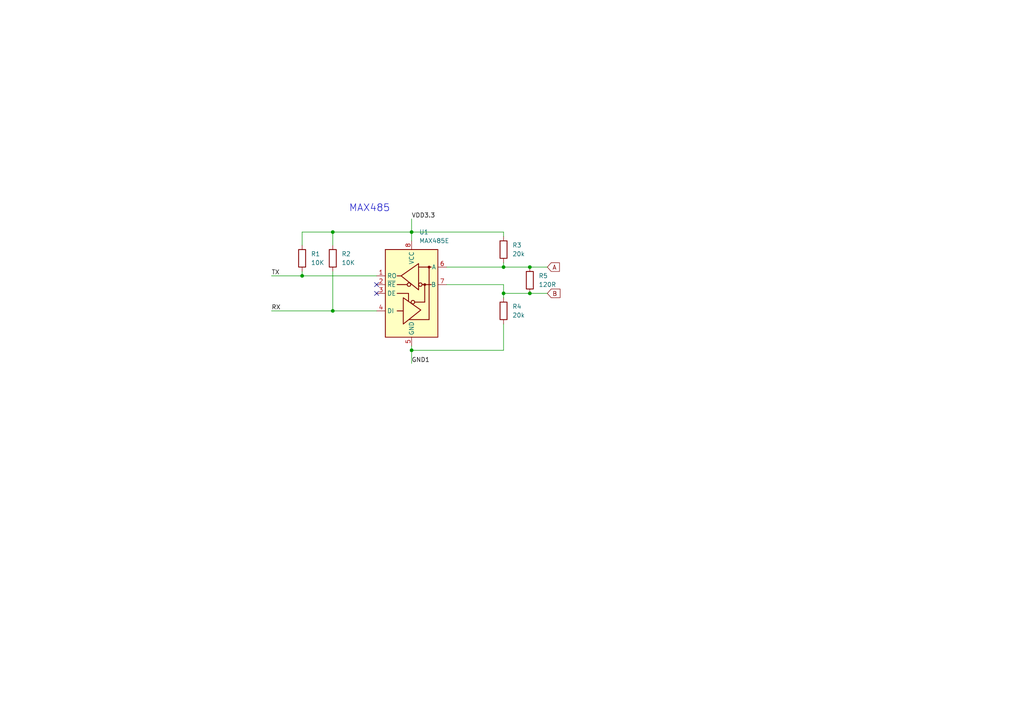
<source format=kicad_sch>
(kicad_sch
	(version 20231120)
	(generator "eeschema")
	(generator_version "8.0")
	(uuid "b17f9397-418a-466d-bf0a-f8e99342dc16")
	(paper "A4")
	(lib_symbols
		(symbol "Device:R"
			(pin_numbers hide)
			(pin_names
				(offset 0)
			)
			(exclude_from_sim no)
			(in_bom yes)
			(on_board yes)
			(property "Reference" "R"
				(at 2.032 0 90)
				(effects
					(font
						(size 1.27 1.27)
					)
				)
			)
			(property "Value" "R"
				(at 0 0 90)
				(effects
					(font
						(size 1.27 1.27)
					)
				)
			)
			(property "Footprint" ""
				(at -1.778 0 90)
				(effects
					(font
						(size 1.27 1.27)
					)
					(hide yes)
				)
			)
			(property "Datasheet" "~"
				(at 0 0 0)
				(effects
					(font
						(size 1.27 1.27)
					)
					(hide yes)
				)
			)
			(property "Description" "Resistor"
				(at 0 0 0)
				(effects
					(font
						(size 1.27 1.27)
					)
					(hide yes)
				)
			)
			(property "ki_keywords" "R res resistor"
				(at 0 0 0)
				(effects
					(font
						(size 1.27 1.27)
					)
					(hide yes)
				)
			)
			(property "ki_fp_filters" "R_*"
				(at 0 0 0)
				(effects
					(font
						(size 1.27 1.27)
					)
					(hide yes)
				)
			)
			(symbol "R_0_1"
				(rectangle
					(start -1.016 -2.54)
					(end 1.016 2.54)
					(stroke
						(width 0.254)
						(type default)
					)
					(fill
						(type none)
					)
				)
			)
			(symbol "R_1_1"
				(pin passive line
					(at 0 3.81 270)
					(length 1.27)
					(name "~"
						(effects
							(font
								(size 1.27 1.27)
							)
						)
					)
					(number "1"
						(effects
							(font
								(size 1.27 1.27)
							)
						)
					)
				)
				(pin passive line
					(at 0 -3.81 90)
					(length 1.27)
					(name "~"
						(effects
							(font
								(size 1.27 1.27)
							)
						)
					)
					(number "2"
						(effects
							(font
								(size 1.27 1.27)
							)
						)
					)
				)
			)
		)
		(symbol "Interface_UART:MAX485E"
			(exclude_from_sim no)
			(in_bom yes)
			(on_board yes)
			(property "Reference" "U"
				(at -6.985 13.97 0)
				(effects
					(font
						(size 1.27 1.27)
					)
				)
			)
			(property "Value" "MAX485E"
				(at 1.905 13.97 0)
				(effects
					(font
						(size 1.27 1.27)
					)
					(justify left)
				)
			)
			(property "Footprint" "Package_SO:SOIC-8_3.9x4.9mm_P1.27mm"
				(at 0 -22.86 0)
				(effects
					(font
						(size 1.27 1.27)
					)
					(hide yes)
				)
			)
			(property "Datasheet" "https://datasheets.maximintegrated.com/en/ds/MAX1487E-MAX491E.pdf"
				(at 0 1.27 0)
				(effects
					(font
						(size 1.27 1.27)
					)
					(hide yes)
				)
			)
			(property "Description" "Half duplex RS-485/RS-422, 2.5 Mbps, ±15kV electro-static discharge (ESD) protection, no slew-rate, no low-power shutdown, with receiver/driver enable, 32 receiver drive capability, DIP-8 and SOIC-8"
				(at 0 0 0)
				(effects
					(font
						(size 1.27 1.27)
					)
					(hide yes)
				)
			)
			(property "ki_keywords" "transceiver"
				(at 0 0 0)
				(effects
					(font
						(size 1.27 1.27)
					)
					(hide yes)
				)
			)
			(property "ki_fp_filters" "DIP*W7.62mm* SOIC*3.9x4.9mm*P1.27mm*"
				(at 0 0 0)
				(effects
					(font
						(size 1.27 1.27)
					)
					(hide yes)
				)
			)
			(symbol "MAX485E_0_1"
				(rectangle
					(start -7.62 12.7)
					(end 7.62 -12.7)
					(stroke
						(width 0.254)
						(type default)
					)
					(fill
						(type background)
					)
				)
				(polyline
					(pts
						(xy -4.191 2.54) (xy -1.27 2.54)
					)
					(stroke
						(width 0.254)
						(type default)
					)
					(fill
						(type none)
					)
				)
				(polyline
					(pts
						(xy -2.54 -5.08) (xy -4.191 -5.08)
					)
					(stroke
						(width 0.254)
						(type default)
					)
					(fill
						(type none)
					)
				)
				(polyline
					(pts
						(xy -0.635 -7.62) (xy 5.08 -7.62)
					)
					(stroke
						(width 0.254)
						(type default)
					)
					(fill
						(type none)
					)
				)
				(polyline
					(pts
						(xy 0.889 -2.54) (xy 3.81 -2.54)
					)
					(stroke
						(width 0.254)
						(type default)
					)
					(fill
						(type none)
					)
				)
				(polyline
					(pts
						(xy 2.032 7.62) (xy 5.715 7.62)
					)
					(stroke
						(width 0.254)
						(type default)
					)
					(fill
						(type none)
					)
				)
				(polyline
					(pts
						(xy 3.048 2.54) (xy 5.715 2.54)
					)
					(stroke
						(width 0.254)
						(type default)
					)
					(fill
						(type none)
					)
				)
				(polyline
					(pts
						(xy 3.81 -2.54) (xy 3.81 2.54)
					)
					(stroke
						(width 0.254)
						(type default)
					)
					(fill
						(type none)
					)
				)
				(polyline
					(pts
						(xy 5.08 -7.62) (xy 5.08 7.62)
					)
					(stroke
						(width 0.254)
						(type default)
					)
					(fill
						(type none)
					)
				)
				(polyline
					(pts
						(xy -4.191 0) (xy -0.889 0) (xy -0.889 -2.286)
					)
					(stroke
						(width 0.254)
						(type default)
					)
					(fill
						(type none)
					)
				)
				(polyline
					(pts
						(xy -3.175 5.08) (xy -4.191 5.08) (xy -4.064 5.08)
					)
					(stroke
						(width 0.254)
						(type default)
					)
					(fill
						(type none)
					)
				)
				(polyline
					(pts
						(xy -2.413 -5.08) (xy -2.413 -1.27) (xy 2.667 -4.826) (xy -2.413 -8.89) (xy -2.413 -5.08)
					)
					(stroke
						(width 0.254)
						(type default)
					)
					(fill
						(type none)
					)
				)
				(circle
					(center 0.381 -2.54)
					(radius 0.508)
					(stroke
						(width 0.254)
						(type default)
					)
					(fill
						(type none)
					)
				)
				(circle
					(center 3.81 2.54)
					(radius 0.2794)
					(stroke
						(width 0.254)
						(type default)
					)
					(fill
						(type outline)
					)
				)
			)
			(symbol "MAX485E_1_1"
				(circle
					(center -0.762 2.54)
					(radius 0.508)
					(stroke
						(width 0.254)
						(type default)
					)
					(fill
						(type none)
					)
				)
				(polyline
					(pts
						(xy 2.032 4.826) (xy 2.032 8.636) (xy -3.048 5.08) (xy 2.032 1.016) (xy 2.032 4.826)
					)
					(stroke
						(width 0.254)
						(type default)
					)
					(fill
						(type none)
					)
				)
				(circle
					(center 2.54 2.54)
					(radius 0.508)
					(stroke
						(width 0.254)
						(type default)
					)
					(fill
						(type none)
					)
				)
				(circle
					(center 5.08 7.62)
					(radius 0.2794)
					(stroke
						(width 0.254)
						(type default)
					)
					(fill
						(type outline)
					)
				)
				(pin output line
					(at -10.16 5.08 0)
					(length 2.54)
					(name "RO"
						(effects
							(font
								(size 1.27 1.27)
							)
						)
					)
					(number "1"
						(effects
							(font
								(size 1.27 1.27)
							)
						)
					)
				)
				(pin input line
					(at -10.16 2.54 0)
					(length 2.54)
					(name "~{RE}"
						(effects
							(font
								(size 1.27 1.27)
							)
						)
					)
					(number "2"
						(effects
							(font
								(size 1.27 1.27)
							)
						)
					)
				)
				(pin input line
					(at -10.16 0 0)
					(length 2.54)
					(name "DE"
						(effects
							(font
								(size 1.27 1.27)
							)
						)
					)
					(number "3"
						(effects
							(font
								(size 1.27 1.27)
							)
						)
					)
				)
				(pin input line
					(at -10.16 -5.08 0)
					(length 2.54)
					(name "DI"
						(effects
							(font
								(size 1.27 1.27)
							)
						)
					)
					(number "4"
						(effects
							(font
								(size 1.27 1.27)
							)
						)
					)
				)
				(pin power_in line
					(at 0 -15.24 90)
					(length 2.54)
					(name "GND"
						(effects
							(font
								(size 1.27 1.27)
							)
						)
					)
					(number "5"
						(effects
							(font
								(size 1.27 1.27)
							)
						)
					)
				)
				(pin bidirectional line
					(at 10.16 7.62 180)
					(length 2.54)
					(name "A"
						(effects
							(font
								(size 1.27 1.27)
							)
						)
					)
					(number "6"
						(effects
							(font
								(size 1.27 1.27)
							)
						)
					)
				)
				(pin bidirectional line
					(at 10.16 2.54 180)
					(length 2.54)
					(name "B"
						(effects
							(font
								(size 1.27 1.27)
							)
						)
					)
					(number "7"
						(effects
							(font
								(size 1.27 1.27)
							)
						)
					)
				)
				(pin power_in line
					(at 0 15.24 270)
					(length 2.54)
					(name "VCC"
						(effects
							(font
								(size 1.27 1.27)
							)
						)
					)
					(number "8"
						(effects
							(font
								(size 1.27 1.27)
							)
						)
					)
				)
			)
		)
	)
	(junction
		(at 153.67 85.09)
		(diameter 0)
		(color 0 0 0 0)
		(uuid "1abc2423-0732-43fb-a52a-612e55404f03")
	)
	(junction
		(at 119.38 101.6)
		(diameter 0)
		(color 0 0 0 0)
		(uuid "1ce942ba-a34f-4753-97d8-63a8027be45e")
	)
	(junction
		(at 96.52 90.17)
		(diameter 0)
		(color 0 0 0 0)
		(uuid "2689c365-c383-47c9-a9ce-31efb9922263")
	)
	(junction
		(at 153.67 77.47)
		(diameter 0)
		(color 0 0 0 0)
		(uuid "38758475-0bc3-45de-9c6b-6cd9b2a72818")
	)
	(junction
		(at 87.63 80.01)
		(diameter 0)
		(color 0 0 0 0)
		(uuid "74cf3d8e-6992-40bd-a0bd-0367f5841bcd")
	)
	(junction
		(at 146.05 85.09)
		(diameter 0)
		(color 0 0 0 0)
		(uuid "a2627817-3aab-4f84-90e1-873e709907b0")
	)
	(junction
		(at 96.52 67.31)
		(diameter 0)
		(color 0 0 0 0)
		(uuid "a3109b5b-0552-4380-9aa3-f311d2b3006b")
	)
	(junction
		(at 146.05 77.47)
		(diameter 0)
		(color 0 0 0 0)
		(uuid "cb1217aa-08e9-40ac-b2f4-ee5a48d84fd3")
	)
	(junction
		(at 119.38 67.31)
		(diameter 0)
		(color 0 0 0 0)
		(uuid "df8a0820-6205-46aa-a284-546ce7056dc6")
	)
	(no_connect
		(at 109.22 82.55)
		(uuid "70e13a90-5b2c-48d2-9a7f-805420639ffc")
	)
	(no_connect
		(at 109.22 85.09)
		(uuid "94b8cdd1-1b35-49c9-8fee-857b9884e9f4")
	)
	(wire
		(pts
			(xy 146.05 76.2) (xy 146.05 77.47)
		)
		(stroke
			(width 0)
			(type default)
		)
		(uuid "21c8f4cf-44b7-4b04-8762-143c44a83126")
	)
	(wire
		(pts
			(xy 87.63 80.01) (xy 109.22 80.01)
		)
		(stroke
			(width 0)
			(type default)
		)
		(uuid "2bd7099b-3eeb-47b3-94c8-86b8f96e5152")
	)
	(wire
		(pts
			(xy 146.05 85.09) (xy 153.67 85.09)
		)
		(stroke
			(width 0)
			(type default)
		)
		(uuid "411c21bd-bff3-4e3b-aef8-4d384cbf6340")
	)
	(wire
		(pts
			(xy 87.63 78.74) (xy 87.63 80.01)
		)
		(stroke
			(width 0)
			(type default)
		)
		(uuid "435d0d2f-609a-47f3-9ee0-80c25abcf314")
	)
	(wire
		(pts
			(xy 146.05 101.6) (xy 119.38 101.6)
		)
		(stroke
			(width 0)
			(type default)
		)
		(uuid "51b5707b-1310-4498-8d0c-c025cadff119")
	)
	(wire
		(pts
			(xy 146.05 77.47) (xy 153.67 77.47)
		)
		(stroke
			(width 0)
			(type default)
		)
		(uuid "638693b3-58e9-4e62-9b20-345a4ab66dd9")
	)
	(wire
		(pts
			(xy 78.74 90.17) (xy 96.52 90.17)
		)
		(stroke
			(width 0)
			(type default)
		)
		(uuid "6acf5777-3eef-4a5b-9e8f-090ae8e697f9")
	)
	(wire
		(pts
			(xy 146.05 68.58) (xy 146.05 67.31)
		)
		(stroke
			(width 0)
			(type default)
		)
		(uuid "70bb6bc8-71a9-4c38-9602-598e4e23297f")
	)
	(wire
		(pts
			(xy 129.54 77.47) (xy 146.05 77.47)
		)
		(stroke
			(width 0)
			(type default)
		)
		(uuid "7167e687-feab-4c19-909e-218a61fe0117")
	)
	(wire
		(pts
			(xy 96.52 78.74) (xy 96.52 90.17)
		)
		(stroke
			(width 0)
			(type default)
		)
		(uuid "72ecd374-0dd7-4ad2-9456-38dd2153996c")
	)
	(wire
		(pts
			(xy 96.52 67.31) (xy 96.52 71.12)
		)
		(stroke
			(width 0)
			(type default)
		)
		(uuid "74a912bd-f315-45a9-a8c3-d039ed18259b")
	)
	(wire
		(pts
			(xy 153.67 85.09) (xy 158.75 85.09)
		)
		(stroke
			(width 0)
			(type default)
		)
		(uuid "767768d5-9526-4fd6-8fab-ce974bbffb40")
	)
	(wire
		(pts
			(xy 146.05 67.31) (xy 119.38 67.31)
		)
		(stroke
			(width 0)
			(type default)
		)
		(uuid "8e4f6d6a-4241-4a13-bded-23c2eb533ef9")
	)
	(wire
		(pts
			(xy 96.52 67.31) (xy 119.38 67.31)
		)
		(stroke
			(width 0)
			(type default)
		)
		(uuid "98d721da-2072-45c5-aba9-3f8c7392362a")
	)
	(wire
		(pts
			(xy 119.38 100.33) (xy 119.38 101.6)
		)
		(stroke
			(width 0)
			(type default)
		)
		(uuid "9d2626a0-4325-46d8-ac56-7a2749e85ca6")
	)
	(wire
		(pts
			(xy 146.05 85.09) (xy 146.05 86.36)
		)
		(stroke
			(width 0)
			(type default)
		)
		(uuid "9e59734c-f071-4130-a790-111fccfefed7")
	)
	(wire
		(pts
			(xy 146.05 93.98) (xy 146.05 101.6)
		)
		(stroke
			(width 0)
			(type default)
		)
		(uuid "a0064344-a1c1-4849-b040-45f551a7c08e")
	)
	(wire
		(pts
			(xy 129.54 82.55) (xy 146.05 82.55)
		)
		(stroke
			(width 0)
			(type default)
		)
		(uuid "a8bdad3e-5e89-4b33-80ee-24c0b74290aa")
	)
	(wire
		(pts
			(xy 87.63 71.12) (xy 87.63 67.31)
		)
		(stroke
			(width 0)
			(type default)
		)
		(uuid "aa41ed1d-d7b4-4569-933f-8541969217c2")
	)
	(wire
		(pts
			(xy 146.05 85.09) (xy 146.05 82.55)
		)
		(stroke
			(width 0)
			(type default)
		)
		(uuid "bb59ecef-c6dd-431c-bc4e-0bc8e3516780")
	)
	(wire
		(pts
			(xy 119.38 63.5) (xy 119.38 67.31)
		)
		(stroke
			(width 0)
			(type default)
		)
		(uuid "bc69f8b4-d17b-466b-ab5d-14be8deff38c")
	)
	(wire
		(pts
			(xy 78.74 80.01) (xy 87.63 80.01)
		)
		(stroke
			(width 0)
			(type default)
		)
		(uuid "c5a87a0a-3950-4266-ba3f-42b9774a5b58")
	)
	(wire
		(pts
			(xy 119.38 101.6) (xy 119.38 105.41)
		)
		(stroke
			(width 0)
			(type default)
		)
		(uuid "c7b961ee-53bf-4f68-8d70-05c7e96d48a5")
	)
	(wire
		(pts
			(xy 119.38 67.31) (xy 119.38 69.85)
		)
		(stroke
			(width 0)
			(type default)
		)
		(uuid "d7fcbf9e-3598-4ba2-9394-c662a62ce750")
	)
	(wire
		(pts
			(xy 153.67 77.47) (xy 158.75 77.47)
		)
		(stroke
			(width 0)
			(type default)
		)
		(uuid "d8b42a45-273f-457c-aeaa-49a0abab86a6")
	)
	(wire
		(pts
			(xy 96.52 90.17) (xy 109.22 90.17)
		)
		(stroke
			(width 0)
			(type default)
		)
		(uuid "ecc00e5c-9f62-4135-8f30-c42815371845")
	)
	(wire
		(pts
			(xy 87.63 67.31) (xy 96.52 67.31)
		)
		(stroke
			(width 0)
			(type default)
		)
		(uuid "f1faa066-e7b9-4ba9-a3ef-fd94ff1051ad")
	)
	(text "MAX485"
		(exclude_from_sim no)
		(at 107.188 60.452 0)
		(effects
			(font
				(size 2.032 2.032)
			)
		)
		(uuid "1b8847c0-bf95-4b73-8542-6a670de50ebb")
	)
	(label "TX"
		(at 78.74 80.01 0)
		(fields_autoplaced yes)
		(effects
			(font
				(size 1.27 1.27)
			)
			(justify left bottom)
		)
		(uuid "3a4c45f4-054b-4dd1-a59b-d8ce82b65927")
	)
	(label "VDD3.3"
		(at 119.38 63.5 0)
		(fields_autoplaced yes)
		(effects
			(font
				(size 1.27 1.27)
			)
			(justify left bottom)
		)
		(uuid "4b5ba4b6-24d8-44dd-9dd5-113a44719da5")
	)
	(label "RX"
		(at 78.74 90.17 0)
		(fields_autoplaced yes)
		(effects
			(font
				(size 1.27 1.27)
			)
			(justify left bottom)
		)
		(uuid "5723d2da-8367-4347-af87-312dabcdebc7")
	)
	(label "GND1"
		(at 119.38 105.41 0)
		(fields_autoplaced yes)
		(effects
			(font
				(size 1.27 1.27)
			)
			(justify left bottom)
		)
		(uuid "6ee7daed-f9ba-4bcd-9fb0-a61dbf922f7d")
	)
	(global_label "B"
		(shape input)
		(at 158.75 85.09 0)
		(fields_autoplaced yes)
		(effects
			(font
				(size 1.27 1.27)
			)
			(justify left)
		)
		(uuid "3900a97e-a6f9-4fe3-a937-13dec89dc1f5")
		(property "Intersheetrefs" "${INTERSHEET_REFS}"
			(at 163.0052 85.09 0)
			(effects
				(font
					(size 1.27 1.27)
				)
				(justify left)
				(hide yes)
			)
		)
	)
	(global_label "A"
		(shape input)
		(at 158.75 77.47 0)
		(fields_autoplaced yes)
		(effects
			(font
				(size 1.27 1.27)
			)
			(justify left)
		)
		(uuid "84fb3765-9852-4ff5-8a69-e2505eeb907d")
		(property "Intersheetrefs" "${INTERSHEET_REFS}"
			(at 162.8238 77.47 0)
			(effects
				(font
					(size 1.27 1.27)
				)
				(justify left)
				(hide yes)
			)
		)
	)
	(symbol
		(lib_id "Device:R")
		(at 87.63 74.93 0)
		(unit 1)
		(exclude_from_sim no)
		(in_bom yes)
		(on_board yes)
		(dnp no)
		(fields_autoplaced yes)
		(uuid "22ed5991-cace-4a26-b3b8-5355a7a6617a")
		(property "Reference" "R1"
			(at 90.17 73.6599 0)
			(effects
				(font
					(size 1.27 1.27)
				)
				(justify left)
			)
		)
		(property "Value" "10K"
			(at 90.17 76.1999 0)
			(effects
				(font
					(size 1.27 1.27)
				)
				(justify left)
			)
		)
		(property "Footprint" ""
			(at 85.852 74.93 90)
			(effects
				(font
					(size 1.27 1.27)
				)
				(hide yes)
			)
		)
		(property "Datasheet" "~"
			(at 87.63 74.93 0)
			(effects
				(font
					(size 1.27 1.27)
				)
				(hide yes)
			)
		)
		(property "Description" "Resistor"
			(at 87.63 74.93 0)
			(effects
				(font
					(size 1.27 1.27)
				)
				(hide yes)
			)
		)
		(pin "2"
			(uuid "a1be2642-3b53-498f-b7d1-7f6c3df07145")
		)
		(pin "1"
			(uuid "818a7208-fa02-4be8-9869-d7d0a6afedb6")
		)
		(instances
			(project "485"
				(path "/b17f9397-418a-466d-bf0a-f8e99342dc16"
					(reference "R1")
					(unit 1)
				)
			)
		)
	)
	(symbol
		(lib_id "Device:R")
		(at 96.52 74.93 0)
		(unit 1)
		(exclude_from_sim no)
		(in_bom yes)
		(on_board yes)
		(dnp no)
		(fields_autoplaced yes)
		(uuid "278e15cf-261c-49d6-b178-04eb36d1ca4c")
		(property "Reference" "R2"
			(at 99.06 73.6599 0)
			(effects
				(font
					(size 1.27 1.27)
				)
				(justify left)
			)
		)
		(property "Value" "10K"
			(at 99.06 76.1999 0)
			(effects
				(font
					(size 1.27 1.27)
				)
				(justify left)
			)
		)
		(property "Footprint" ""
			(at 94.742 74.93 90)
			(effects
				(font
					(size 1.27 1.27)
				)
				(hide yes)
			)
		)
		(property "Datasheet" "~"
			(at 96.52 74.93 0)
			(effects
				(font
					(size 1.27 1.27)
				)
				(hide yes)
			)
		)
		(property "Description" "Resistor"
			(at 96.52 74.93 0)
			(effects
				(font
					(size 1.27 1.27)
				)
				(hide yes)
			)
		)
		(pin "2"
			(uuid "2805476c-2e15-46ad-a07a-4573f7945d59")
		)
		(pin "1"
			(uuid "f24b8bb5-a175-45c5-b56c-d8ee9bcb4f31")
		)
		(instances
			(project "485"
				(path "/b17f9397-418a-466d-bf0a-f8e99342dc16"
					(reference "R2")
					(unit 1)
				)
			)
		)
	)
	(symbol
		(lib_id "Interface_UART:MAX485E")
		(at 119.38 85.09 0)
		(unit 1)
		(exclude_from_sim no)
		(in_bom yes)
		(on_board yes)
		(dnp no)
		(fields_autoplaced yes)
		(uuid "2d7c3b67-ec1a-425d-ac78-8c93ec89a3fe")
		(property "Reference" "U1"
			(at 121.5741 67.31 0)
			(effects
				(font
					(size 1.27 1.27)
				)
				(justify left)
			)
		)
		(property "Value" "MAX485E"
			(at 121.5741 69.85 0)
			(effects
				(font
					(size 1.27 1.27)
				)
				(justify left)
			)
		)
		(property "Footprint" "Package_SO:SOIC-8_3.9x4.9mm_P1.27mm"
			(at 119.38 107.95 0)
			(effects
				(font
					(size 1.27 1.27)
				)
				(hide yes)
			)
		)
		(property "Datasheet" "https://datasheets.maximintegrated.com/en/ds/MAX1487E-MAX491E.pdf"
			(at 119.38 83.82 0)
			(effects
				(font
					(size 1.27 1.27)
				)
				(hide yes)
			)
		)
		(property "Description" "Half duplex RS-485/RS-422, 2.5 Mbps, ±15kV electro-static discharge (ESD) protection, no slew-rate, no low-power shutdown, with receiver/driver enable, 32 receiver drive capability, DIP-8 and SOIC-8"
			(at 119.38 85.09 0)
			(effects
				(font
					(size 1.27 1.27)
				)
				(hide yes)
			)
		)
		(pin "3"
			(uuid "d48b6cd7-60ca-4342-b6f3-aeac8c7265c6")
		)
		(pin "1"
			(uuid "2cb082c2-14f2-4999-bf67-574fddce6fda")
		)
		(pin "4"
			(uuid "3d8bac6e-8da3-4a26-baea-14ae46a9057a")
		)
		(pin "7"
			(uuid "e6f392c3-2bb0-491c-9a30-750e4e3cf794")
		)
		(pin "2"
			(uuid "3fc57889-3ef1-4cc6-a4f4-2190e585ab2c")
		)
		(pin "5"
			(uuid "6bc5df11-758c-4115-bf89-7b9dffbb8c58")
		)
		(pin "6"
			(uuid "60a5e50a-258f-495e-a117-fb4612a18586")
		)
		(pin "8"
			(uuid "6fb7540f-84a5-4104-a492-e06bf8061a3a")
		)
		(instances
			(project "485"
				(path "/b17f9397-418a-466d-bf0a-f8e99342dc16"
					(reference "U1")
					(unit 1)
				)
			)
		)
	)
	(symbol
		(lib_id "Device:R")
		(at 146.05 90.17 0)
		(unit 1)
		(exclude_from_sim no)
		(in_bom yes)
		(on_board yes)
		(dnp no)
		(fields_autoplaced yes)
		(uuid "4223078f-4778-473e-ae87-5c97f986c04e")
		(property "Reference" "R4"
			(at 148.59 88.8999 0)
			(effects
				(font
					(size 1.27 1.27)
				)
				(justify left)
			)
		)
		(property "Value" "20k"
			(at 148.59 91.4399 0)
			(effects
				(font
					(size 1.27 1.27)
				)
				(justify left)
			)
		)
		(property "Footprint" ""
			(at 144.272 90.17 90)
			(effects
				(font
					(size 1.27 1.27)
				)
				(hide yes)
			)
		)
		(property "Datasheet" "~"
			(at 146.05 90.17 0)
			(effects
				(font
					(size 1.27 1.27)
				)
				(hide yes)
			)
		)
		(property "Description" "Resistor"
			(at 146.05 90.17 0)
			(effects
				(font
					(size 1.27 1.27)
				)
				(hide yes)
			)
		)
		(pin "2"
			(uuid "20f9d4cc-3d0a-41fd-89d2-74812826cb06")
		)
		(pin "1"
			(uuid "0e1abc34-7718-4291-a28c-2f13ace50d58")
		)
		(instances
			(project "485"
				(path "/b17f9397-418a-466d-bf0a-f8e99342dc16"
					(reference "R4")
					(unit 1)
				)
			)
		)
	)
	(symbol
		(lib_id "Device:R")
		(at 146.05 72.39 0)
		(unit 1)
		(exclude_from_sim no)
		(in_bom yes)
		(on_board yes)
		(dnp no)
		(fields_autoplaced yes)
		(uuid "cfa9c822-241b-44c2-a4e7-c9acbcc9f767")
		(property "Reference" "R3"
			(at 148.59 71.1199 0)
			(effects
				(font
					(size 1.27 1.27)
				)
				(justify left)
			)
		)
		(property "Value" "20k"
			(at 148.59 73.6599 0)
			(effects
				(font
					(size 1.27 1.27)
				)
				(justify left)
			)
		)
		(property "Footprint" ""
			(at 144.272 72.39 90)
			(effects
				(font
					(size 1.27 1.27)
				)
				(hide yes)
			)
		)
		(property "Datasheet" "~"
			(at 146.05 72.39 0)
			(effects
				(font
					(size 1.27 1.27)
				)
				(hide yes)
			)
		)
		(property "Description" "Resistor"
			(at 146.05 72.39 0)
			(effects
				(font
					(size 1.27 1.27)
				)
				(hide yes)
			)
		)
		(pin "2"
			(uuid "7c9352b9-8998-4700-9e9f-34b4443cea84")
		)
		(pin "1"
			(uuid "49c3fc40-c06b-4aaf-9b28-c5b79bbdc517")
		)
		(instances
			(project "485"
				(path "/b17f9397-418a-466d-bf0a-f8e99342dc16"
					(reference "R3")
					(unit 1)
				)
			)
		)
	)
	(symbol
		(lib_id "Device:R")
		(at 153.67 81.28 0)
		(unit 1)
		(exclude_from_sim no)
		(in_bom yes)
		(on_board yes)
		(dnp no)
		(fields_autoplaced yes)
		(uuid "f587a158-f559-4664-b5cb-c03e14c978a5")
		(property "Reference" "R5"
			(at 156.21 80.0099 0)
			(effects
				(font
					(size 1.27 1.27)
				)
				(justify left)
			)
		)
		(property "Value" "120R"
			(at 156.21 82.5499 0)
			(effects
				(font
					(size 1.27 1.27)
				)
				(justify left)
			)
		)
		(property "Footprint" ""
			(at 151.892 81.28 90)
			(effects
				(font
					(size 1.27 1.27)
				)
				(hide yes)
			)
		)
		(property "Datasheet" "~"
			(at 153.67 81.28 0)
			(effects
				(font
					(size 1.27 1.27)
				)
				(hide yes)
			)
		)
		(property "Description" "Resistor"
			(at 153.67 81.28 0)
			(effects
				(font
					(size 1.27 1.27)
				)
				(hide yes)
			)
		)
		(pin "2"
			(uuid "5b4434a3-f7aa-4b21-a3f7-817f39a25cd2")
		)
		(pin "1"
			(uuid "d4fa3702-b9ac-4906-8edf-fb7e9edb6176")
		)
		(instances
			(project "485"
				(path "/b17f9397-418a-466d-bf0a-f8e99342dc16"
					(reference "R5")
					(unit 1)
				)
			)
		)
	)
	(sheet_instances
		(path "/"
			(page "1")
		)
	)
)

</source>
